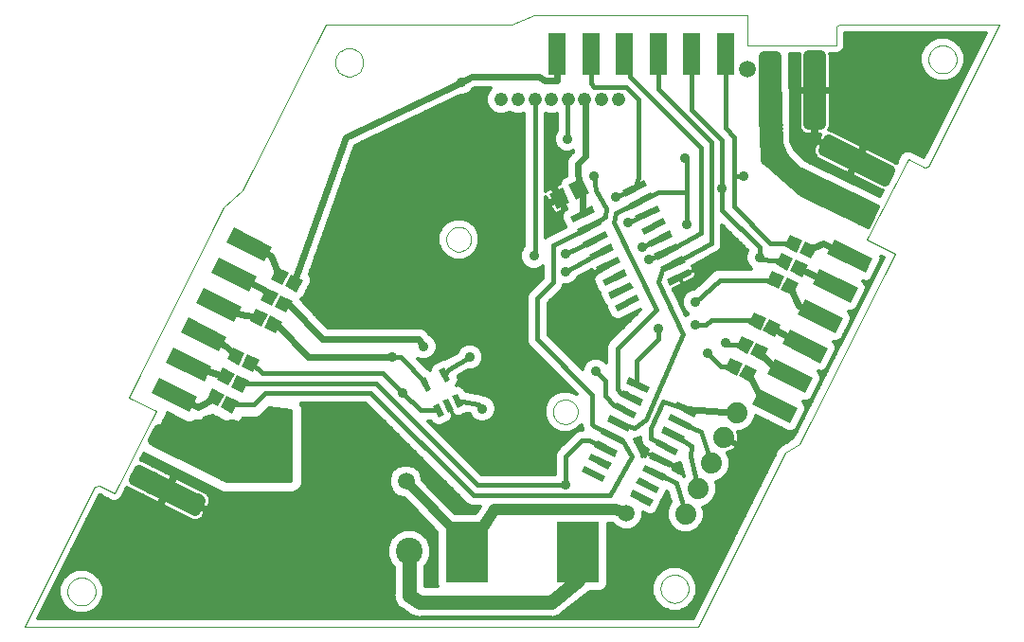
<source format=gbl>
G75*
%MOIN*%
%OFA0B0*%
%FSLAX24Y24*%
%IPPOS*%
%LPD*%
%AMOC8*
5,1,8,0,0,1.08239X$1,22.5*
%
%ADD10C,0.0000*%
%ADD11R,0.0236X0.0866*%
%ADD12R,0.0217X0.0472*%
%ADD13C,0.0476*%
%ADD14R,0.1516X0.2165*%
%ADD15C,0.0740*%
%ADD16R,0.0591X0.1496*%
%ADD17C,0.0394*%
%ADD18R,0.0512X0.0591*%
%ADD19R,0.0810X0.0240*%
%ADD20R,0.0472X0.0472*%
%ADD21C,0.0945*%
%ADD22C,0.0120*%
%ADD23C,0.0768*%
%ADD24C,0.0709*%
%ADD25C,0.0160*%
%ADD26C,0.0356*%
%ADD27C,0.0591*%
%ADD28C,0.0472*%
%ADD29C,0.0500*%
%ADD30C,0.0320*%
%ADD31C,0.0400*%
%ADD32C,0.0240*%
%ADD33C,0.0100*%
D10*
X001464Y000942D02*
X003925Y005873D01*
X004112Y005912D01*
X004642Y005647D01*
X006093Y008539D01*
X005142Y009018D01*
X008482Y015706D01*
X009141Y016296D01*
X012065Y022152D01*
X018610Y022152D01*
X019397Y022467D01*
X026907Y022467D01*
X026907Y021414D01*
X030047Y021414D01*
X030047Y022074D01*
X030145Y022152D01*
X035785Y022152D01*
X033275Y017133D01*
X033147Y017113D01*
X032557Y017408D01*
X031120Y014554D01*
X032097Y014066D01*
X028748Y007379D01*
X028236Y007064D01*
X025175Y000942D01*
X001464Y000942D01*
X002981Y002181D02*
X002983Y002225D01*
X002989Y002269D01*
X002999Y002312D01*
X003012Y002354D01*
X003030Y002394D01*
X003051Y002433D01*
X003075Y002470D01*
X003102Y002505D01*
X003133Y002537D01*
X003166Y002566D01*
X003202Y002592D01*
X003240Y002614D01*
X003280Y002633D01*
X003321Y002649D01*
X003364Y002661D01*
X003407Y002669D01*
X003451Y002673D01*
X003495Y002673D01*
X003539Y002669D01*
X003582Y002661D01*
X003625Y002649D01*
X003666Y002633D01*
X003706Y002614D01*
X003744Y002592D01*
X003780Y002566D01*
X003813Y002537D01*
X003844Y002505D01*
X003871Y002470D01*
X003895Y002433D01*
X003916Y002394D01*
X003934Y002354D01*
X003947Y002312D01*
X003957Y002269D01*
X003963Y002225D01*
X003965Y002181D01*
X003963Y002137D01*
X003957Y002093D01*
X003947Y002050D01*
X003934Y002008D01*
X003916Y001968D01*
X003895Y001929D01*
X003871Y001892D01*
X003844Y001857D01*
X003813Y001825D01*
X003780Y001796D01*
X003744Y001770D01*
X003706Y001748D01*
X003666Y001729D01*
X003625Y001713D01*
X003582Y001701D01*
X003539Y001693D01*
X003495Y001689D01*
X003451Y001689D01*
X003407Y001693D01*
X003364Y001701D01*
X003321Y001713D01*
X003280Y001729D01*
X003240Y001748D01*
X003202Y001770D01*
X003166Y001796D01*
X003133Y001825D01*
X003102Y001857D01*
X003075Y001892D01*
X003051Y001929D01*
X003030Y001968D01*
X003012Y002008D01*
X002999Y002050D01*
X002989Y002093D01*
X002983Y002137D01*
X002981Y002181D01*
X016313Y014581D02*
X016315Y014622D01*
X016321Y014663D01*
X016331Y014703D01*
X016344Y014742D01*
X016361Y014779D01*
X016382Y014815D01*
X016406Y014849D01*
X016433Y014880D01*
X016462Y014908D01*
X016495Y014934D01*
X016529Y014956D01*
X016566Y014975D01*
X016604Y014990D01*
X016644Y015002D01*
X016684Y015010D01*
X016725Y015014D01*
X016767Y015014D01*
X016808Y015010D01*
X016848Y015002D01*
X016888Y014990D01*
X016926Y014975D01*
X016962Y014956D01*
X016997Y014934D01*
X017030Y014908D01*
X017059Y014880D01*
X017086Y014849D01*
X017110Y014815D01*
X017131Y014779D01*
X017148Y014742D01*
X017161Y014703D01*
X017171Y014663D01*
X017177Y014622D01*
X017179Y014581D01*
X017177Y014540D01*
X017171Y014499D01*
X017161Y014459D01*
X017148Y014420D01*
X017131Y014383D01*
X017110Y014347D01*
X017086Y014313D01*
X017059Y014282D01*
X017030Y014254D01*
X016997Y014228D01*
X016963Y014206D01*
X016926Y014187D01*
X016888Y014172D01*
X016848Y014160D01*
X016808Y014152D01*
X016767Y014148D01*
X016725Y014148D01*
X016684Y014152D01*
X016644Y014160D01*
X016604Y014172D01*
X016566Y014187D01*
X016530Y014206D01*
X016495Y014228D01*
X016462Y014254D01*
X016433Y014282D01*
X016406Y014313D01*
X016382Y014347D01*
X016361Y014383D01*
X016344Y014420D01*
X016331Y014459D01*
X016321Y014499D01*
X016315Y014540D01*
X016313Y014581D01*
X020065Y008510D02*
X020067Y008551D01*
X020073Y008592D01*
X020083Y008632D01*
X020096Y008671D01*
X020113Y008708D01*
X020134Y008744D01*
X020158Y008778D01*
X020185Y008809D01*
X020214Y008837D01*
X020247Y008863D01*
X020281Y008885D01*
X020318Y008904D01*
X020356Y008919D01*
X020396Y008931D01*
X020436Y008939D01*
X020477Y008943D01*
X020519Y008943D01*
X020560Y008939D01*
X020600Y008931D01*
X020640Y008919D01*
X020678Y008904D01*
X020714Y008885D01*
X020749Y008863D01*
X020782Y008837D01*
X020811Y008809D01*
X020838Y008778D01*
X020862Y008744D01*
X020883Y008708D01*
X020900Y008671D01*
X020913Y008632D01*
X020923Y008592D01*
X020929Y008551D01*
X020931Y008510D01*
X020929Y008469D01*
X020923Y008428D01*
X020913Y008388D01*
X020900Y008349D01*
X020883Y008312D01*
X020862Y008276D01*
X020838Y008242D01*
X020811Y008211D01*
X020782Y008183D01*
X020749Y008157D01*
X020715Y008135D01*
X020678Y008116D01*
X020640Y008101D01*
X020600Y008089D01*
X020560Y008081D01*
X020519Y008077D01*
X020477Y008077D01*
X020436Y008081D01*
X020396Y008089D01*
X020356Y008101D01*
X020318Y008116D01*
X020282Y008135D01*
X020247Y008157D01*
X020214Y008183D01*
X020185Y008211D01*
X020158Y008242D01*
X020134Y008276D01*
X020113Y008312D01*
X020096Y008349D01*
X020083Y008388D01*
X020073Y008428D01*
X020067Y008469D01*
X020065Y008510D01*
X023850Y002278D02*
X023852Y002322D01*
X023858Y002366D01*
X023868Y002409D01*
X023881Y002451D01*
X023899Y002491D01*
X023920Y002530D01*
X023944Y002567D01*
X023971Y002602D01*
X024002Y002634D01*
X024035Y002663D01*
X024071Y002689D01*
X024109Y002711D01*
X024149Y002730D01*
X024190Y002746D01*
X024233Y002758D01*
X024276Y002766D01*
X024320Y002770D01*
X024364Y002770D01*
X024408Y002766D01*
X024451Y002758D01*
X024494Y002746D01*
X024535Y002730D01*
X024575Y002711D01*
X024613Y002689D01*
X024649Y002663D01*
X024682Y002634D01*
X024713Y002602D01*
X024740Y002567D01*
X024764Y002530D01*
X024785Y002491D01*
X024803Y002451D01*
X024816Y002409D01*
X024826Y002366D01*
X024832Y002322D01*
X024834Y002278D01*
X024832Y002234D01*
X024826Y002190D01*
X024816Y002147D01*
X024803Y002105D01*
X024785Y002065D01*
X024764Y002026D01*
X024740Y001989D01*
X024713Y001954D01*
X024682Y001922D01*
X024649Y001893D01*
X024613Y001867D01*
X024575Y001845D01*
X024535Y001826D01*
X024494Y001810D01*
X024451Y001798D01*
X024408Y001790D01*
X024364Y001786D01*
X024320Y001786D01*
X024276Y001790D01*
X024233Y001798D01*
X024190Y001810D01*
X024149Y001826D01*
X024109Y001845D01*
X024071Y001867D01*
X024035Y001893D01*
X024002Y001922D01*
X023971Y001954D01*
X023944Y001989D01*
X023920Y002026D01*
X023899Y002065D01*
X023881Y002105D01*
X023868Y002147D01*
X023858Y002190D01*
X023852Y002234D01*
X023850Y002278D01*
X012400Y020808D02*
X012402Y020852D01*
X012408Y020896D01*
X012418Y020939D01*
X012431Y020981D01*
X012449Y021021D01*
X012470Y021060D01*
X012494Y021097D01*
X012521Y021132D01*
X012552Y021164D01*
X012585Y021193D01*
X012621Y021219D01*
X012659Y021241D01*
X012699Y021260D01*
X012740Y021276D01*
X012783Y021288D01*
X012826Y021296D01*
X012870Y021300D01*
X012914Y021300D01*
X012958Y021296D01*
X013001Y021288D01*
X013044Y021276D01*
X013085Y021260D01*
X013125Y021241D01*
X013163Y021219D01*
X013199Y021193D01*
X013232Y021164D01*
X013263Y021132D01*
X013290Y021097D01*
X013314Y021060D01*
X013335Y021021D01*
X013353Y020981D01*
X013366Y020939D01*
X013376Y020896D01*
X013382Y020852D01*
X013384Y020808D01*
X013382Y020764D01*
X013376Y020720D01*
X013366Y020677D01*
X013353Y020635D01*
X013335Y020595D01*
X013314Y020556D01*
X013290Y020519D01*
X013263Y020484D01*
X013232Y020452D01*
X013199Y020423D01*
X013163Y020397D01*
X013125Y020375D01*
X013085Y020356D01*
X013044Y020340D01*
X013001Y020328D01*
X012958Y020320D01*
X012914Y020316D01*
X012870Y020316D01*
X012826Y020320D01*
X012783Y020328D01*
X012740Y020340D01*
X012699Y020356D01*
X012659Y020375D01*
X012621Y020397D01*
X012585Y020423D01*
X012552Y020452D01*
X012521Y020484D01*
X012494Y020519D01*
X012470Y020556D01*
X012449Y020595D01*
X012431Y020635D01*
X012418Y020677D01*
X012408Y020720D01*
X012402Y020764D01*
X012400Y020808D01*
X033280Y020913D02*
X033282Y020957D01*
X033288Y021001D01*
X033298Y021044D01*
X033311Y021086D01*
X033329Y021126D01*
X033350Y021165D01*
X033374Y021202D01*
X033401Y021237D01*
X033432Y021269D01*
X033465Y021298D01*
X033501Y021324D01*
X033539Y021346D01*
X033579Y021365D01*
X033620Y021381D01*
X033663Y021393D01*
X033706Y021401D01*
X033750Y021405D01*
X033794Y021405D01*
X033838Y021401D01*
X033881Y021393D01*
X033924Y021381D01*
X033965Y021365D01*
X034005Y021346D01*
X034043Y021324D01*
X034079Y021298D01*
X034112Y021269D01*
X034143Y021237D01*
X034170Y021202D01*
X034194Y021165D01*
X034215Y021126D01*
X034233Y021086D01*
X034246Y021044D01*
X034256Y021001D01*
X034262Y020957D01*
X034264Y020913D01*
X034262Y020869D01*
X034256Y020825D01*
X034246Y020782D01*
X034233Y020740D01*
X034215Y020700D01*
X034194Y020661D01*
X034170Y020624D01*
X034143Y020589D01*
X034112Y020557D01*
X034079Y020528D01*
X034043Y020502D01*
X034005Y020480D01*
X033965Y020461D01*
X033924Y020445D01*
X033881Y020433D01*
X033838Y020425D01*
X033794Y020421D01*
X033750Y020421D01*
X033706Y020425D01*
X033663Y020433D01*
X033620Y020445D01*
X033579Y020461D01*
X033539Y020480D01*
X033501Y020502D01*
X033465Y020528D01*
X033432Y020557D01*
X033401Y020589D01*
X033374Y020624D01*
X033350Y020661D01*
X033329Y020700D01*
X033311Y020740D01*
X033298Y020782D01*
X033288Y020825D01*
X033282Y020869D01*
X033280Y020913D01*
D11*
G36*
X023279Y014740D02*
X023173Y014951D01*
X023947Y015338D01*
X024053Y015127D01*
X023279Y014740D01*
G37*
G36*
X023503Y014293D02*
X023397Y014504D01*
X024171Y014891D01*
X024277Y014680D01*
X023503Y014293D01*
G37*
G36*
X023726Y013846D02*
X023620Y014057D01*
X024394Y014444D01*
X024500Y014233D01*
X023726Y013846D01*
G37*
G36*
X023950Y013399D02*
X023844Y013610D01*
X024618Y013997D01*
X024724Y013786D01*
X023950Y013399D01*
G37*
G36*
X024174Y012952D02*
X024068Y013163D01*
X024842Y013550D01*
X024948Y013339D01*
X024174Y012952D01*
G37*
G36*
X022344Y012035D02*
X022238Y012246D01*
X023012Y012633D01*
X023118Y012422D01*
X022344Y012035D01*
G37*
G36*
X022120Y012482D02*
X022014Y012693D01*
X022788Y013080D01*
X022894Y012869D01*
X022120Y012482D01*
G37*
G36*
X021896Y012929D02*
X021790Y013140D01*
X022564Y013527D01*
X022670Y013316D01*
X021896Y012929D01*
G37*
G36*
X021672Y013376D02*
X021566Y013587D01*
X022340Y013974D01*
X022446Y013763D01*
X021672Y013376D01*
G37*
G36*
X021448Y013823D02*
X021342Y014034D01*
X022116Y014421D01*
X022222Y014210D01*
X021448Y013823D01*
G37*
G36*
X021224Y014270D02*
X021118Y014481D01*
X021892Y014868D01*
X021998Y014657D01*
X021224Y014270D01*
G37*
G36*
X021000Y014717D02*
X020894Y014928D01*
X021668Y015315D01*
X021774Y015104D01*
X021000Y014717D01*
G37*
G36*
X020776Y015164D02*
X020670Y015375D01*
X021444Y015762D01*
X021550Y015551D01*
X020776Y015164D01*
G37*
G36*
X022607Y016081D02*
X022501Y016292D01*
X023275Y016679D01*
X023381Y016468D01*
X022607Y016081D01*
G37*
G36*
X022831Y015634D02*
X022725Y015845D01*
X023499Y016232D01*
X023605Y016021D01*
X022831Y015634D01*
G37*
G36*
X023055Y015187D02*
X022949Y015398D01*
X023723Y015785D01*
X023829Y015574D01*
X023055Y015187D01*
G37*
D12*
G36*
X016050Y009970D02*
X016243Y010067D01*
X016454Y009646D01*
X016261Y009549D01*
X016050Y009970D01*
G37*
G36*
X015382Y009635D02*
X015575Y009732D01*
X015786Y009311D01*
X015593Y009214D01*
X015382Y009635D01*
G37*
G36*
X015840Y008720D02*
X016033Y008817D01*
X016244Y008396D01*
X016051Y008299D01*
X015840Y008720D01*
G37*
G36*
X016174Y008888D02*
X016367Y008985D01*
X016578Y008564D01*
X016385Y008467D01*
X016174Y008888D01*
G37*
G36*
X016509Y009055D02*
X016702Y009152D01*
X016913Y008731D01*
X016720Y008634D01*
X016509Y009055D01*
G37*
D13*
X018247Y019497D03*
X018838Y019497D03*
X019428Y019497D03*
X020019Y019497D03*
X020590Y019497D03*
X021180Y019497D03*
X021771Y019497D03*
X022361Y019497D03*
D14*
X020950Y003558D03*
X017033Y003558D03*
D15*
X024726Y004915D03*
X025180Y005806D03*
X025634Y006697D03*
X026088Y007588D03*
X026542Y008479D03*
D16*
G36*
X028675Y008634D02*
X028411Y008107D01*
X027075Y008776D01*
X027339Y009303D01*
X028675Y008634D01*
G37*
G36*
X029204Y009690D02*
X028940Y009163D01*
X027604Y009832D01*
X027868Y010359D01*
X029204Y009690D01*
G37*
G36*
X029733Y010746D02*
X029469Y010219D01*
X028133Y010888D01*
X028397Y011415D01*
X029733Y010746D01*
G37*
G36*
X030262Y011802D02*
X029998Y011275D01*
X028662Y011944D01*
X028926Y012471D01*
X030262Y011802D01*
G37*
G36*
X030791Y012858D02*
X030527Y012331D01*
X029191Y013000D01*
X029455Y013527D01*
X030791Y012858D01*
G37*
G36*
X031320Y013914D02*
X031056Y013387D01*
X029720Y014056D01*
X029984Y014583D01*
X031320Y013914D01*
G37*
X026123Y021092D03*
X024942Y021092D03*
X023761Y021092D03*
X022580Y021092D03*
X021399Y021092D03*
X020218Y021092D03*
G36*
X008570Y014462D02*
X008834Y014989D01*
X010170Y014320D01*
X009906Y013793D01*
X008570Y014462D01*
G37*
G36*
X008041Y013406D02*
X008305Y013933D01*
X009641Y013264D01*
X009377Y012737D01*
X008041Y013406D01*
G37*
G36*
X007512Y012350D02*
X007776Y012877D01*
X009112Y012208D01*
X008848Y011681D01*
X007512Y012350D01*
G37*
G36*
X006983Y011294D02*
X007247Y011821D01*
X008583Y011152D01*
X008319Y010625D01*
X006983Y011294D01*
G37*
G36*
X006455Y010238D02*
X006719Y010765D01*
X008055Y010096D01*
X007791Y009569D01*
X006455Y010238D01*
G37*
G36*
X005926Y009181D02*
X006190Y009708D01*
X007526Y009039D01*
X007262Y008512D01*
X005926Y009181D01*
G37*
D17*
X006192Y007869D02*
X008337Y006795D01*
X008162Y006445D01*
X006017Y007519D01*
X006192Y007869D01*
X007377Y006838D02*
X008251Y006838D01*
X007466Y007231D02*
X006592Y007231D01*
X006681Y007624D02*
X006070Y007624D01*
X005505Y006452D02*
X007650Y005378D01*
X007475Y005028D01*
X005330Y006102D01*
X005505Y006452D01*
X006690Y005421D02*
X007564Y005421D01*
X006779Y005814D02*
X005905Y005814D01*
X005994Y006207D02*
X005383Y006207D01*
X027898Y018601D02*
X027898Y021001D01*
X027898Y018601D02*
X027506Y018601D01*
X027506Y021001D01*
X027898Y021001D01*
X027898Y018994D02*
X027506Y018994D01*
X027506Y019387D02*
X027898Y019387D01*
X027898Y019780D02*
X027506Y019780D01*
X027506Y020173D02*
X027898Y020173D01*
X027898Y020566D02*
X027506Y020566D01*
X027506Y020959D02*
X027898Y020959D01*
X029472Y021021D02*
X029472Y018621D01*
X029080Y018621D01*
X029080Y021021D01*
X029472Y021021D01*
X029472Y019014D02*
X029080Y019014D01*
X029080Y019407D02*
X029472Y019407D01*
X029472Y019800D02*
X029080Y019800D01*
X029080Y020193D02*
X029472Y020193D01*
X029472Y020586D02*
X029080Y020586D01*
X029080Y020979D02*
X029472Y020979D01*
X029596Y017712D02*
X031741Y016638D01*
X029596Y017712D02*
X029771Y018062D01*
X031916Y016988D01*
X031741Y016638D01*
X031830Y017031D02*
X030956Y017031D01*
X031045Y017424D02*
X030171Y017424D01*
X030260Y017817D02*
X029649Y017817D01*
X028908Y016295D02*
X031053Y015221D01*
X028908Y016295D02*
X029083Y016645D01*
X031228Y015571D01*
X031053Y015221D01*
X031142Y015614D02*
X030268Y015614D01*
X030357Y016007D02*
X029483Y016007D01*
X029572Y016400D02*
X028961Y016400D01*
D18*
G36*
X020603Y016506D02*
X021059Y016735D01*
X021323Y016208D01*
X020867Y015979D01*
X020603Y016506D01*
G37*
G36*
X019934Y016171D02*
X020390Y016400D01*
X020654Y015873D01*
X020198Y015644D01*
X019934Y016171D01*
G37*
D19*
G36*
X022747Y009731D02*
X023470Y009369D01*
X023363Y009155D01*
X022640Y009517D01*
X022747Y009731D01*
G37*
G36*
X022523Y009284D02*
X023246Y008922D01*
X023139Y008708D01*
X022416Y009070D01*
X022523Y009284D01*
G37*
G36*
X022299Y008837D02*
X023022Y008475D01*
X022915Y008261D01*
X022192Y008623D01*
X022299Y008837D01*
G37*
G36*
X022076Y008390D02*
X022799Y008028D01*
X022692Y007814D01*
X021969Y008176D01*
X022076Y008390D01*
G37*
G36*
X021852Y007943D02*
X022575Y007581D01*
X022468Y007367D01*
X021745Y007729D01*
X021852Y007943D01*
G37*
G36*
X021628Y007496D02*
X022351Y007134D01*
X022244Y006920D01*
X021521Y007282D01*
X021628Y007496D01*
G37*
G36*
X021404Y007049D02*
X022127Y006687D01*
X022020Y006473D01*
X021297Y006835D01*
X021404Y007049D01*
G37*
G36*
X021180Y006602D02*
X021903Y006240D01*
X021796Y006026D01*
X021073Y006388D01*
X021180Y006602D01*
G37*
G36*
X022870Y005755D02*
X023593Y005393D01*
X023486Y005179D01*
X022763Y005541D01*
X022870Y005755D01*
G37*
G36*
X023094Y006203D02*
X023817Y005841D01*
X023710Y005627D01*
X022987Y005989D01*
X023094Y006203D01*
G37*
G36*
X023318Y006650D02*
X024041Y006288D01*
X023934Y006074D01*
X023211Y006436D01*
X023318Y006650D01*
G37*
G36*
X023542Y007097D02*
X024265Y006735D01*
X024158Y006521D01*
X023435Y006883D01*
X023542Y007097D01*
G37*
G36*
X023766Y007544D02*
X024489Y007182D01*
X024382Y006968D01*
X023659Y007330D01*
X023766Y007544D01*
G37*
G36*
X023989Y007991D02*
X024712Y007629D01*
X024605Y007415D01*
X023882Y007777D01*
X023989Y007991D01*
G37*
G36*
X024213Y008438D02*
X024936Y008076D01*
X024829Y007862D01*
X024106Y008224D01*
X024213Y008438D01*
G37*
G36*
X024437Y008885D02*
X025160Y008523D01*
X025053Y008309D01*
X024330Y008671D01*
X024437Y008885D01*
G37*
D20*
G36*
X026529Y009781D02*
X026108Y009992D01*
X026319Y010413D01*
X026740Y010202D01*
X026529Y009781D01*
G37*
G36*
X027043Y009548D02*
X026622Y009759D01*
X026833Y010180D01*
X027254Y009969D01*
X027043Y009548D01*
G37*
G36*
X027426Y010316D02*
X027005Y010527D01*
X027216Y010948D01*
X027637Y010737D01*
X027426Y010316D01*
G37*
G36*
X026912Y010548D02*
X026491Y010759D01*
X026702Y011180D01*
X027123Y010969D01*
X026912Y010548D01*
G37*
G36*
X027872Y011146D02*
X027451Y011357D01*
X027662Y011778D01*
X028083Y011567D01*
X027872Y011146D01*
G37*
G36*
X027357Y011379D02*
X026936Y011590D01*
X027147Y012011D01*
X027568Y011800D01*
X027357Y011379D01*
G37*
G36*
X028505Y012602D02*
X028084Y012813D01*
X028295Y013234D01*
X028716Y013023D01*
X028505Y012602D01*
G37*
G36*
X027990Y012834D02*
X027569Y013045D01*
X027780Y013466D01*
X028201Y013255D01*
X027990Y012834D01*
G37*
G36*
X028825Y013245D02*
X028404Y013456D01*
X028615Y013877D01*
X029036Y013666D01*
X028825Y013245D01*
G37*
G36*
X028311Y013477D02*
X027890Y013688D01*
X028101Y014109D01*
X028522Y013898D01*
X028311Y013477D01*
G37*
G36*
X029146Y013888D02*
X028725Y014099D01*
X028936Y014520D01*
X029357Y014309D01*
X029146Y013888D01*
G37*
G36*
X028631Y014120D02*
X028210Y014331D01*
X028421Y014752D01*
X028842Y014541D01*
X028631Y014120D01*
G37*
G36*
X010842Y013350D02*
X011263Y013139D01*
X011052Y012718D01*
X010631Y012929D01*
X010842Y013350D01*
G37*
G36*
X010335Y013598D02*
X010756Y013387D01*
X010545Y012966D01*
X010124Y013177D01*
X010335Y013598D01*
G37*
G36*
X009970Y012868D02*
X010391Y012657D01*
X010180Y012236D01*
X009759Y012447D01*
X009970Y012868D01*
G37*
G36*
X010476Y012620D02*
X010897Y012409D01*
X010686Y011988D01*
X010265Y012199D01*
X010476Y012620D01*
G37*
G36*
X010111Y011891D02*
X010532Y011680D01*
X010321Y011259D01*
X009900Y011470D01*
X010111Y011891D01*
G37*
G36*
X009604Y012139D02*
X010025Y011928D01*
X009814Y011507D01*
X009393Y011718D01*
X009604Y012139D01*
G37*
G36*
X008801Y010785D02*
X009222Y010574D01*
X009011Y010153D01*
X008590Y010364D01*
X008801Y010785D01*
G37*
G36*
X009308Y010536D02*
X009729Y010325D01*
X009518Y009904D01*
X009097Y010115D01*
X009308Y010536D01*
G37*
G36*
X008435Y010055D02*
X008856Y009844D01*
X008645Y009423D01*
X008224Y009634D01*
X008435Y010055D01*
G37*
G36*
X008942Y009807D02*
X009363Y009596D01*
X009152Y009175D01*
X008731Y009386D01*
X008942Y009807D01*
G37*
G36*
X008576Y009077D02*
X008997Y008866D01*
X008786Y008445D01*
X008365Y008656D01*
X008576Y009077D01*
G37*
G36*
X008070Y009326D02*
X008491Y009115D01*
X008280Y008694D01*
X007859Y008905D01*
X008070Y009326D01*
G37*
D21*
X015009Y003594D03*
X032608Y020231D03*
D22*
X033100Y020464D02*
X032980Y020755D01*
X032980Y021071D01*
X033100Y021362D01*
X033323Y021584D01*
X033614Y021705D01*
X033930Y021705D01*
X034221Y021584D01*
X034444Y021362D01*
X034564Y021071D01*
X034564Y020755D01*
X034444Y020464D01*
X034221Y020241D01*
X033930Y020121D01*
X033614Y020121D01*
X033323Y020241D01*
X033100Y020464D01*
X033092Y020485D02*
X029830Y020485D01*
X029830Y020603D02*
X033043Y020603D01*
X032994Y020722D02*
X029830Y020722D01*
X029830Y020840D02*
X032980Y020840D01*
X032980Y020959D02*
X029830Y020959D01*
X029830Y021057D02*
X029819Y021114D01*
X030107Y021114D01*
X030217Y021160D01*
X030301Y021244D01*
X030347Y021355D01*
X030347Y021852D01*
X035300Y021852D01*
X033108Y017468D01*
X032691Y017676D01*
X032638Y017703D01*
X032638Y017703D01*
X032638Y017703D01*
X032579Y017708D01*
X032519Y017712D01*
X032519Y017712D01*
X032519Y017712D01*
X032462Y017693D01*
X032406Y017675D01*
X032406Y017674D01*
X032405Y017674D01*
X032361Y017635D01*
X032316Y017597D01*
X032316Y017596D01*
X032315Y017596D01*
X032289Y017543D01*
X032147Y017262D01*
X032109Y017291D01*
X031058Y017818D01*
X030836Y017376D01*
X030729Y017430D01*
X030675Y017323D01*
X029336Y017993D01*
X029259Y017840D01*
X029241Y017772D01*
X029236Y017702D01*
X029244Y017632D01*
X029267Y017565D01*
X029301Y017504D01*
X029347Y017451D01*
X029403Y017408D01*
X030454Y016881D01*
X030675Y017323D01*
X030783Y017269D01*
X030562Y016828D01*
X031613Y016301D01*
X031657Y016289D01*
X031565Y016106D01*
X028950Y017357D01*
X028589Y017747D01*
X028453Y018052D01*
X028448Y018807D01*
X028448Y019736D01*
X028453Y019792D01*
X028448Y019807D01*
X028448Y019823D01*
X028427Y019874D01*
X028410Y019928D01*
X028400Y019940D01*
X028395Y019951D01*
X028395Y021101D01*
X028390Y021114D01*
X028734Y021114D01*
X028723Y021057D01*
X028723Y019881D01*
X029216Y019881D01*
X029216Y019761D01*
X028723Y019761D01*
X028723Y018585D01*
X028736Y018516D01*
X028763Y018451D01*
X028802Y018393D01*
X028852Y018343D01*
X028910Y018304D01*
X028975Y018277D01*
X029044Y018263D01*
X029216Y018263D01*
X029216Y019761D01*
X029336Y019761D01*
X029336Y018263D01*
X029474Y018263D01*
X029467Y018254D01*
X029390Y018101D01*
X030729Y017430D01*
X030950Y017872D01*
X029899Y018398D01*
X029831Y018417D01*
X029769Y018421D01*
X029789Y018451D01*
X029816Y018516D01*
X029830Y018585D01*
X029830Y019761D01*
X029336Y019761D01*
X029336Y019881D01*
X029830Y019881D01*
X029830Y021057D01*
X029826Y021077D02*
X032983Y021077D01*
X033032Y021196D02*
X030253Y021196D01*
X030330Y021314D02*
X033081Y021314D01*
X033171Y021433D02*
X030347Y021433D01*
X030347Y021551D02*
X033290Y021551D01*
X033529Y021670D02*
X030347Y021670D01*
X030347Y021788D02*
X035268Y021788D01*
X035208Y021670D02*
X034015Y021670D01*
X034254Y021551D02*
X035149Y021551D01*
X035090Y021433D02*
X034373Y021433D01*
X034463Y021314D02*
X035031Y021314D01*
X034971Y021196D02*
X034512Y021196D01*
X034561Y021077D02*
X034912Y021077D01*
X034853Y020959D02*
X034564Y020959D01*
X034564Y020840D02*
X034794Y020840D01*
X034734Y020722D02*
X034550Y020722D01*
X034501Y020603D02*
X034675Y020603D01*
X034616Y020485D02*
X034452Y020485D01*
X034557Y020366D02*
X034345Y020366D01*
X034227Y020248D02*
X034497Y020248D01*
X034438Y020129D02*
X033949Y020129D01*
X033595Y020129D02*
X029830Y020129D01*
X029830Y020011D02*
X034379Y020011D01*
X034320Y019892D02*
X029830Y019892D01*
X029830Y019655D02*
X034201Y019655D01*
X034142Y019537D02*
X029830Y019537D01*
X029830Y019418D02*
X034083Y019418D01*
X034023Y019300D02*
X029830Y019300D01*
X029830Y019181D02*
X033964Y019181D01*
X033905Y019063D02*
X029830Y019063D01*
X029830Y018944D02*
X033846Y018944D01*
X033786Y018826D02*
X029830Y018826D01*
X029830Y018707D02*
X033727Y018707D01*
X033668Y018589D02*
X029830Y018589D01*
X029797Y018470D02*
X033609Y018470D01*
X033549Y018352D02*
X029992Y018352D01*
X030228Y018233D02*
X033490Y018233D01*
X033431Y018115D02*
X030465Y018115D01*
X030702Y017996D02*
X033372Y017996D01*
X033312Y017878D02*
X030938Y017878D01*
X030894Y017759D02*
X031028Y017759D01*
X030969Y017641D02*
X030835Y017641D01*
X030775Y017522D02*
X030909Y017522D01*
X030850Y017404D02*
X030782Y017404D01*
X030716Y017404D02*
X030514Y017404D01*
X030546Y017522D02*
X030278Y017522D01*
X030309Y017641D02*
X030041Y017641D01*
X030072Y017759D02*
X029804Y017759D01*
X029836Y017878D02*
X029568Y017878D01*
X029599Y017996D02*
X028478Y017996D01*
X028452Y018115D02*
X029397Y018115D01*
X029456Y018233D02*
X028452Y018233D01*
X028451Y018352D02*
X028844Y018352D01*
X028755Y018470D02*
X028450Y018470D01*
X028450Y018589D02*
X028723Y018589D01*
X028723Y018707D02*
X028449Y018707D01*
X028448Y018826D02*
X028723Y018826D01*
X028723Y018944D02*
X028448Y018944D01*
X028448Y019063D02*
X028723Y019063D01*
X028723Y019181D02*
X028448Y019181D01*
X028448Y019300D02*
X028723Y019300D01*
X028723Y019418D02*
X028448Y019418D01*
X028448Y019537D02*
X028723Y019537D01*
X028723Y019655D02*
X028448Y019655D01*
X028452Y019774D02*
X029216Y019774D01*
X029216Y019655D02*
X029336Y019655D01*
X029336Y019537D02*
X029216Y019537D01*
X029216Y019418D02*
X029336Y019418D01*
X029336Y019300D02*
X029216Y019300D01*
X029216Y019181D02*
X029336Y019181D01*
X029336Y019063D02*
X029216Y019063D01*
X029216Y018944D02*
X029336Y018944D01*
X029336Y018826D02*
X029216Y018826D01*
X029216Y018707D02*
X029336Y018707D01*
X029336Y018589D02*
X029216Y018589D01*
X029216Y018470D02*
X029336Y018470D01*
X029336Y018352D02*
X029216Y018352D01*
X029278Y017878D02*
X028531Y017878D01*
X028584Y017759D02*
X029240Y017759D01*
X029243Y017641D02*
X028688Y017641D01*
X028797Y017522D02*
X029291Y017522D01*
X029412Y017404D02*
X028907Y017404D01*
X029101Y017285D02*
X029648Y017285D01*
X029596Y017048D02*
X030122Y017048D01*
X030091Y016811D02*
X030595Y016811D01*
X030613Y016930D02*
X030478Y016930D01*
X030358Y016930D02*
X029843Y016930D01*
X029885Y017167D02*
X029348Y017167D01*
X029010Y016930D02*
X027903Y016930D01*
X027765Y017048D02*
X028762Y017048D01*
X028732Y017062D02*
X031499Y015738D01*
X031195Y015060D01*
X031161Y014992D01*
X028814Y016147D01*
X027441Y017326D01*
X027419Y018294D01*
X027399Y019810D01*
X028088Y019751D01*
X028088Y018806D01*
X028093Y017974D01*
X028285Y017546D01*
X028732Y017062D01*
X028636Y017167D02*
X027627Y017167D01*
X027489Y017285D02*
X028526Y017285D01*
X028417Y017404D02*
X027439Y017404D01*
X027437Y017522D02*
X028307Y017522D01*
X028242Y017641D02*
X027434Y017641D01*
X027431Y017759D02*
X028189Y017759D01*
X028136Y017878D02*
X027429Y017878D01*
X027426Y017996D02*
X028093Y017996D01*
X028092Y018115D02*
X027423Y018115D01*
X027420Y018233D02*
X028092Y018233D01*
X028091Y018352D02*
X027418Y018352D01*
X027417Y018470D02*
X028090Y018470D01*
X028090Y018589D02*
X027415Y018589D01*
X027414Y018707D02*
X028089Y018707D01*
X028088Y018826D02*
X027412Y018826D01*
X027411Y018944D02*
X028088Y018944D01*
X028088Y019063D02*
X027409Y019063D01*
X027408Y019181D02*
X028088Y019181D01*
X028088Y019300D02*
X027406Y019300D01*
X027404Y019418D02*
X028088Y019418D01*
X028088Y019537D02*
X027403Y019537D01*
X027401Y019655D02*
X028088Y019655D01*
X027824Y019774D02*
X027400Y019774D01*
X028395Y020011D02*
X028723Y020011D01*
X028723Y020129D02*
X028395Y020129D01*
X028395Y020248D02*
X028723Y020248D01*
X028723Y020366D02*
X028395Y020366D01*
X028395Y020485D02*
X028723Y020485D01*
X028723Y020603D02*
X028395Y020603D01*
X028395Y020722D02*
X028723Y020722D01*
X028723Y020840D02*
X028395Y020840D01*
X028395Y020959D02*
X028723Y020959D01*
X028727Y021077D02*
X028395Y021077D01*
X029830Y020366D02*
X033199Y020366D01*
X033317Y020248D02*
X029830Y020248D01*
X029336Y019774D02*
X034260Y019774D01*
X033253Y017759D02*
X031175Y017759D01*
X031412Y017641D02*
X032367Y017641D01*
X032278Y017522D02*
X031648Y017522D01*
X031885Y017404D02*
X032219Y017404D01*
X032159Y017285D02*
X032117Y017285D01*
X032763Y017641D02*
X033194Y017641D01*
X033135Y017522D02*
X033000Y017522D01*
X031541Y016337D02*
X031081Y016337D01*
X031068Y016574D02*
X030586Y016574D01*
X030831Y016693D02*
X030339Y016693D01*
X030248Y016337D02*
X028592Y016337D01*
X028454Y016456D02*
X030000Y016456D01*
X029752Y016574D02*
X028316Y016574D01*
X028178Y016693D02*
X029505Y016693D01*
X029257Y016811D02*
X028041Y016811D01*
X028730Y016219D02*
X030495Y016219D01*
X030743Y016100D02*
X028908Y016100D01*
X029149Y015982D02*
X030990Y015982D01*
X031238Y015863D02*
X029390Y015863D01*
X029631Y015745D02*
X031485Y015745D01*
X031449Y015626D02*
X029872Y015626D01*
X030112Y015508D02*
X031396Y015508D01*
X031343Y015389D02*
X030353Y015389D01*
X030594Y015271D02*
X031290Y015271D01*
X031237Y015152D02*
X030835Y015152D01*
X031076Y015034D02*
X031182Y015034D01*
X031329Y016219D02*
X031622Y016219D01*
X031305Y016456D02*
X030834Y016456D01*
X030672Y017048D02*
X030538Y017048D01*
X030597Y017167D02*
X030731Y017167D01*
X030751Y017285D02*
X030657Y017285D01*
X028723Y019892D02*
X028421Y019892D01*
X026022Y015077D02*
X026916Y014183D01*
X026851Y014027D01*
X026851Y013837D01*
X026924Y013661D01*
X027055Y013530D01*
X025930Y013530D01*
X025862Y013533D01*
X025855Y013530D01*
X025847Y013530D01*
X025784Y013504D01*
X025720Y013480D01*
X025714Y013475D01*
X025707Y013472D01*
X025659Y013424D01*
X025037Y012848D01*
X024984Y012848D01*
X024809Y012775D01*
X024674Y012640D01*
X024601Y012465D01*
X024601Y012274D01*
X024674Y012099D01*
X024809Y011964D01*
X024811Y011963D01*
X024809Y011962D01*
X024747Y011901D01*
X024297Y012834D01*
X024633Y013002D01*
X025039Y013205D01*
X025070Y013233D01*
X025093Y013268D01*
X025107Y013308D01*
X025109Y013350D01*
X025101Y013392D01*
X025038Y013516D01*
X024983Y013627D01*
X024990Y013635D01*
X024995Y013650D01*
X025806Y014088D01*
X025857Y014110D01*
X025872Y014124D01*
X025889Y014134D01*
X025925Y014177D01*
X025964Y014217D01*
X025972Y014235D01*
X025985Y014251D01*
X026001Y014305D01*
X026022Y014356D01*
X026022Y014377D01*
X026028Y014396D01*
X026022Y014452D01*
X026022Y015077D01*
X026022Y015034D02*
X026066Y015034D01*
X026022Y014915D02*
X026184Y014915D01*
X026303Y014797D02*
X026022Y014797D01*
X026022Y014678D02*
X026421Y014678D01*
X026540Y014560D02*
X026022Y014560D01*
X026023Y014441D02*
X026658Y014441D01*
X026777Y014323D02*
X026008Y014323D01*
X025951Y014204D02*
X026895Y014204D01*
X026876Y014086D02*
X025800Y014086D01*
X025581Y013967D02*
X026851Y013967D01*
X026851Y013849D02*
X025362Y013849D01*
X025143Y013730D02*
X026896Y013730D01*
X026974Y013612D02*
X024991Y013612D01*
X025038Y013516D02*
X024508Y013251D01*
X024508Y013251D01*
X025038Y013516D01*
X025050Y013493D02*
X025754Y013493D01*
X025606Y013375D02*
X025104Y013375D01*
X025085Y013256D02*
X025478Y013256D01*
X025350Y013138D02*
X024903Y013138D01*
X024667Y013019D02*
X025222Y013019D01*
X025094Y012901D02*
X024430Y012901D01*
X024322Y012782D02*
X024826Y012782D01*
X024697Y012664D02*
X024379Y012664D01*
X024436Y012545D02*
X024635Y012545D01*
X024601Y012427D02*
X024493Y012427D01*
X024551Y012308D02*
X024601Y012308D01*
X024608Y012190D02*
X024637Y012190D01*
X024665Y012071D02*
X024702Y012071D01*
X024722Y011953D02*
X024799Y011953D01*
X024633Y013002D02*
X024508Y013251D01*
X024633Y013002D01*
X024624Y013019D02*
X024624Y013019D01*
X024565Y013138D02*
X024565Y013138D01*
X024508Y013251D02*
X024508Y013251D01*
X024519Y013256D02*
X024519Y013256D01*
X024756Y013375D02*
X024756Y013375D01*
X024992Y013493D02*
X024992Y013493D01*
X023151Y012103D02*
X022114Y011067D01*
X022007Y010960D01*
X021949Y010820D01*
X021949Y010238D01*
X021850Y010337D01*
X021675Y010410D01*
X021484Y010410D01*
X021309Y010337D01*
X021174Y010203D01*
X021101Y010027D01*
X021101Y010010D01*
X019897Y011214D01*
X019897Y012337D01*
X020402Y012842D01*
X020448Y012954D01*
X020612Y012954D01*
X020788Y013027D01*
X020922Y013161D01*
X020954Y013238D01*
X021431Y013498D01*
X021476Y013410D01*
X022006Y013675D01*
X021476Y013410D01*
X021531Y013299D01*
X021524Y013291D01*
X021486Y013178D01*
X021495Y013059D01*
X021654Y012741D01*
X021713Y012690D01*
X021719Y012612D01*
X021878Y012294D01*
X021937Y012243D01*
X021943Y012165D01*
X022102Y011847D01*
X022192Y011769D01*
X022305Y011731D01*
X022424Y011739D01*
X023151Y012103D01*
X023119Y012071D02*
X023086Y012071D01*
X023000Y011953D02*
X022850Y011953D01*
X022882Y011834D02*
X022613Y011834D01*
X022763Y011716D02*
X019897Y011716D01*
X019897Y011834D02*
X022116Y011834D01*
X022049Y011953D02*
X019897Y011953D01*
X019897Y012071D02*
X021989Y012071D01*
X021941Y012190D02*
X019897Y012190D01*
X019897Y012308D02*
X021871Y012308D01*
X021811Y012427D02*
X019986Y012427D01*
X020105Y012545D02*
X021752Y012545D01*
X021715Y012664D02*
X020223Y012664D01*
X020342Y012782D02*
X021633Y012782D01*
X021574Y012901D02*
X020426Y012901D01*
X020769Y013019D02*
X021515Y013019D01*
X021489Y013138D02*
X020899Y013138D01*
X020988Y013256D02*
X021512Y013256D01*
X021493Y013375D02*
X021205Y013375D01*
X021422Y013493D02*
X021434Y013493D01*
X021642Y013493D02*
X021642Y013493D01*
X021879Y013612D02*
X021879Y013612D01*
X022006Y013675D02*
X022006Y013675D01*
X020308Y014915D02*
X019808Y014915D01*
X019808Y014797D02*
X020079Y014797D01*
X019919Y014715D02*
X020513Y015020D01*
X020375Y015294D01*
X020367Y015413D01*
X020405Y015526D01*
X020483Y015617D01*
X020547Y015649D01*
X020374Y015995D01*
X020267Y015942D01*
X019949Y015782D01*
X020063Y015553D01*
X020091Y015521D01*
X020127Y015498D01*
X020167Y015485D01*
X020209Y015482D01*
X020250Y015491D01*
X020444Y015588D01*
X020267Y015942D01*
X020213Y016049D01*
X020036Y016402D01*
X019842Y016305D01*
X019811Y016277D01*
X019808Y016273D01*
X019808Y019002D01*
X019912Y018959D01*
X020126Y018959D01*
X020199Y018990D01*
X020199Y018416D01*
X020174Y018390D01*
X020101Y018215D01*
X020101Y018024D01*
X020174Y017849D01*
X020309Y017714D01*
X020484Y017641D01*
X020675Y017641D01*
X020784Y017687D01*
X020784Y017668D01*
X020715Y017599D01*
X020713Y017598D01*
X020656Y017540D01*
X020598Y017482D01*
X020598Y017481D01*
X020596Y017479D01*
X020566Y017404D01*
X019808Y017404D01*
X019808Y017522D02*
X020638Y017522D01*
X020566Y017404D02*
X020534Y017328D01*
X020534Y017326D01*
X020534Y017324D01*
X020534Y017243D01*
X020534Y017161D01*
X020535Y017159D01*
X020538Y016810D01*
X020414Y016748D01*
X020336Y016658D01*
X020298Y016545D01*
X020299Y016534D01*
X020143Y016456D01*
X020320Y016103D01*
X020213Y016049D01*
X019895Y015889D01*
X019808Y016063D01*
X019808Y014637D01*
X019838Y014673D01*
X019853Y014680D01*
X019864Y014692D01*
X019919Y014715D01*
X019849Y014678D02*
X019808Y014678D01*
X019808Y015034D02*
X020506Y015034D01*
X020447Y015152D02*
X019808Y015152D01*
X019808Y015271D02*
X020387Y015271D01*
X020369Y015389D02*
X019808Y015389D01*
X019808Y015508D02*
X020113Y015508D01*
X020027Y015626D02*
X019808Y015626D01*
X019808Y015745D02*
X019967Y015745D01*
X020110Y015863D02*
X019808Y015863D01*
X019808Y015982D02*
X019849Y015982D01*
X020079Y015982D02*
X020247Y015982D01*
X020347Y015982D02*
X020381Y015982D01*
X020440Y015863D02*
X020306Y015863D01*
X020366Y015745D02*
X020500Y015745D01*
X020501Y015626D02*
X020425Y015626D01*
X020398Y015508D02*
X020283Y015508D01*
X020315Y016100D02*
X020187Y016100D01*
X020128Y016219D02*
X020262Y016219D01*
X020203Y016337D02*
X020069Y016337D01*
X020144Y016456D02*
X019808Y016456D01*
X019808Y016574D02*
X020308Y016574D01*
X020366Y016693D02*
X019808Y016693D01*
X019808Y016811D02*
X020538Y016811D01*
X020537Y016930D02*
X019808Y016930D01*
X019808Y017048D02*
X020536Y017048D01*
X020534Y017167D02*
X019808Y017167D01*
X019808Y017285D02*
X020534Y017285D01*
X020757Y017641D02*
X019808Y017641D01*
X019808Y017759D02*
X020264Y017759D01*
X020162Y017878D02*
X019808Y017878D01*
X019808Y017996D02*
X020113Y017996D01*
X020101Y018115D02*
X019808Y018115D01*
X019808Y018233D02*
X020109Y018233D01*
X020158Y018352D02*
X019808Y018352D01*
X019808Y018470D02*
X020199Y018470D01*
X020199Y018589D02*
X019808Y018589D01*
X019808Y018707D02*
X020199Y018707D01*
X020199Y018826D02*
X019808Y018826D01*
X019808Y018944D02*
X020199Y018944D01*
X019048Y018944D02*
X015340Y018944D01*
X015092Y018826D02*
X019048Y018826D01*
X019048Y018707D02*
X014844Y018707D01*
X014595Y018589D02*
X019048Y018589D01*
X019048Y018470D02*
X014347Y018470D01*
X014098Y018352D02*
X019048Y018352D01*
X019048Y018233D02*
X013850Y018233D01*
X013601Y018115D02*
X019048Y018115D01*
X019048Y017996D02*
X013353Y017996D01*
X013105Y017878D02*
X016803Y019641D01*
X016925Y019641D01*
X017100Y019714D01*
X017235Y019849D01*
X017237Y019854D01*
X017304Y019887D01*
X017876Y019887D01*
X017791Y019802D01*
X017709Y019604D01*
X017709Y019390D01*
X017791Y019193D01*
X017942Y019041D01*
X018140Y018959D01*
X018354Y018959D01*
X018542Y019037D01*
X018731Y018959D01*
X018945Y018959D01*
X019048Y019002D01*
X019048Y014327D01*
X018987Y014265D01*
X018914Y014090D01*
X018914Y013899D01*
X018987Y013724D01*
X019121Y013589D01*
X019297Y013516D01*
X019487Y013516D01*
X019663Y013589D01*
X019699Y013626D01*
X019699Y013214D01*
X019195Y012710D01*
X019137Y012570D01*
X019137Y012419D01*
X019137Y011133D01*
X019137Y010981D01*
X019195Y010842D01*
X020900Y009136D01*
X020644Y009243D01*
X020352Y009243D01*
X020083Y009131D01*
X019877Y008925D01*
X019765Y008655D01*
X019765Y008364D01*
X019877Y008094D01*
X020083Y007888D01*
X020352Y007776D01*
X020644Y007776D01*
X020913Y007888D01*
X021074Y008049D01*
X021074Y007981D01*
X021119Y007875D01*
X021004Y007875D01*
X020864Y007817D01*
X020302Y007254D01*
X020195Y007147D01*
X020137Y007008D01*
X020137Y006312D01*
X017549Y006312D01*
X015683Y008178D01*
X015776Y008178D01*
X015809Y008111D01*
X015900Y008033D01*
X016013Y007995D01*
X016132Y008004D01*
X016432Y008154D01*
X016510Y008244D01*
X016548Y008357D01*
X016547Y008368D01*
X016554Y008371D01*
X016560Y008375D01*
X016568Y008368D01*
X016682Y008330D01*
X016801Y008338D01*
X017028Y008452D01*
X017139Y008433D01*
X017174Y008349D01*
X017309Y008214D01*
X017484Y008141D01*
X017675Y008141D01*
X017850Y008214D01*
X017985Y008349D01*
X018058Y008524D01*
X018058Y008715D01*
X017985Y008890D01*
X017850Y009025D01*
X017675Y009098D01*
X017621Y009098D01*
X017570Y009130D01*
X016999Y009229D01*
X016943Y009340D01*
X016853Y009419D01*
X016740Y009456D01*
X016685Y009452D01*
X016721Y009494D01*
X016759Y009608D01*
X016750Y009727D01*
X016736Y009755D01*
X017076Y009954D01*
X017237Y009954D01*
X017413Y010027D01*
X017547Y010161D01*
X017620Y010337D01*
X017620Y010527D01*
X017547Y010703D01*
X017413Y010837D01*
X017237Y010910D01*
X017047Y010910D01*
X016871Y010837D01*
X016737Y010703D01*
X016700Y010614D01*
X016283Y010371D01*
X016282Y010372D01*
X016163Y010363D01*
X015862Y010213D01*
X015784Y010122D01*
X015746Y010009D01*
X015749Y009979D01*
X015726Y009999D01*
X015649Y010024D01*
X015291Y010383D01*
X015422Y010329D01*
X015612Y010329D01*
X015788Y010402D01*
X015922Y010536D01*
X015995Y010712D01*
X015995Y010902D01*
X015922Y011078D01*
X015788Y011212D01*
X015716Y011242D01*
X015697Y011267D01*
X015686Y011295D01*
X015648Y011333D01*
X015615Y011376D01*
X015589Y011391D01*
X015567Y011413D01*
X015518Y011434D01*
X015472Y011461D01*
X015441Y011465D01*
X015413Y011477D01*
X015359Y011477D01*
X015306Y011485D01*
X015277Y011477D01*
X012135Y011477D01*
X011207Y012454D01*
X011294Y012529D01*
X011559Y013058D01*
X011567Y013177D01*
X011530Y013290D01*
X011497Y013329D01*
X013105Y017878D01*
X019048Y017878D01*
X019048Y017759D02*
X013063Y017759D01*
X013021Y017641D02*
X019048Y017641D01*
X019048Y017522D02*
X012979Y017522D01*
X012937Y017404D02*
X019048Y017404D01*
X019048Y017285D02*
X012895Y017285D01*
X012853Y017167D02*
X019048Y017167D01*
X019048Y017048D02*
X012812Y017048D01*
X012770Y016930D02*
X019048Y016930D01*
X019048Y016811D02*
X012728Y016811D01*
X012686Y016693D02*
X019048Y016693D01*
X019048Y016574D02*
X012644Y016574D01*
X012602Y016456D02*
X019048Y016456D01*
X019048Y016337D02*
X012560Y016337D01*
X012518Y016219D02*
X019048Y016219D01*
X019048Y016100D02*
X012476Y016100D01*
X012435Y015982D02*
X019048Y015982D01*
X019048Y015863D02*
X012393Y015863D01*
X012351Y015745D02*
X019048Y015745D01*
X019048Y015626D02*
X012309Y015626D01*
X012267Y015508D02*
X019048Y015508D01*
X019048Y015389D02*
X012225Y015389D01*
X012183Y015271D02*
X016495Y015271D01*
X016600Y015314D02*
X016330Y015202D01*
X016124Y014996D01*
X016013Y014727D01*
X016013Y014435D01*
X016124Y014166D01*
X016330Y013959D01*
X016600Y013848D01*
X016891Y013848D01*
X017161Y013959D01*
X017367Y014166D01*
X017479Y014435D01*
X017479Y014727D01*
X017367Y014996D01*
X017161Y015202D01*
X016891Y015314D01*
X016600Y015314D01*
X016280Y015152D02*
X012141Y015152D01*
X012099Y015034D02*
X016162Y015034D01*
X016091Y014915D02*
X012058Y014915D01*
X012016Y014797D02*
X016041Y014797D01*
X016013Y014678D02*
X011974Y014678D01*
X011932Y014560D02*
X016013Y014560D01*
X016013Y014441D02*
X011890Y014441D01*
X011848Y014323D02*
X016059Y014323D01*
X016108Y014204D02*
X011806Y014204D01*
X011764Y014086D02*
X016204Y014086D01*
X016323Y013967D02*
X011722Y013967D01*
X011681Y013849D02*
X016598Y013849D01*
X016893Y013849D02*
X018935Y013849D01*
X018914Y013967D02*
X017168Y013967D01*
X017287Y014086D02*
X018914Y014086D01*
X018961Y014204D02*
X017383Y014204D01*
X017432Y014323D02*
X019044Y014323D01*
X019048Y014441D02*
X017479Y014441D01*
X017479Y014560D02*
X019048Y014560D01*
X019048Y014678D02*
X017479Y014678D01*
X017450Y014797D02*
X019048Y014797D01*
X019048Y014915D02*
X017401Y014915D01*
X017330Y015034D02*
X019048Y015034D01*
X019048Y015152D02*
X017211Y015152D01*
X016996Y015271D02*
X019048Y015271D01*
X019808Y016337D02*
X019906Y016337D01*
X018984Y013730D02*
X011639Y013730D01*
X011597Y013612D02*
X019099Y013612D01*
X019685Y013612D02*
X019699Y013612D01*
X019699Y013493D02*
X011555Y013493D01*
X011513Y013375D02*
X019699Y013375D01*
X019699Y013256D02*
X011541Y013256D01*
X011565Y013138D02*
X019623Y013138D01*
X019504Y013019D02*
X011539Y013019D01*
X011480Y012901D02*
X019386Y012901D01*
X019267Y012782D02*
X011421Y012782D01*
X011361Y012664D02*
X019176Y012664D01*
X019137Y012545D02*
X011302Y012545D01*
X011233Y012427D02*
X019137Y012427D01*
X019137Y012308D02*
X011345Y012308D01*
X011458Y012190D02*
X019137Y012190D01*
X019137Y012071D02*
X011571Y012071D01*
X011683Y011953D02*
X019137Y011953D01*
X019137Y011834D02*
X011796Y011834D01*
X011908Y011716D02*
X019137Y011716D01*
X019137Y011597D02*
X012021Y011597D01*
X012133Y011479D02*
X015282Y011479D01*
X015349Y011479D02*
X019137Y011479D01*
X019137Y011360D02*
X015627Y011360D01*
X015717Y011242D02*
X019137Y011242D01*
X019137Y011123D02*
X015877Y011123D01*
X015953Y011005D02*
X019137Y011005D01*
X019176Y010886D02*
X017295Y010886D01*
X017483Y010768D02*
X019269Y010768D01*
X019388Y010649D02*
X017570Y010649D01*
X017619Y010531D02*
X019506Y010531D01*
X019625Y010412D02*
X017620Y010412D01*
X017602Y010294D02*
X019743Y010294D01*
X019862Y010175D02*
X017553Y010175D01*
X017443Y010057D02*
X019980Y010057D01*
X020099Y009938D02*
X017049Y009938D01*
X016846Y009820D02*
X020217Y009820D01*
X020336Y009701D02*
X016752Y009701D01*
X016750Y009583D02*
X020454Y009583D01*
X020573Y009464D02*
X016695Y009464D01*
X016938Y009346D02*
X020691Y009346D01*
X020682Y009227D02*
X020810Y009227D01*
X020315Y009227D02*
X017009Y009227D01*
X017604Y009109D02*
X020060Y009109D01*
X019942Y008990D02*
X017885Y008990D01*
X017993Y008872D02*
X019855Y008872D01*
X019805Y008753D02*
X018042Y008753D01*
X018058Y008635D02*
X019765Y008635D01*
X019765Y008516D02*
X018054Y008516D01*
X018005Y008398D02*
X019765Y008398D01*
X019800Y008279D02*
X017915Y008279D01*
X017721Y008161D02*
X019849Y008161D01*
X019929Y008042D02*
X016209Y008042D01*
X016438Y008161D02*
X017438Y008161D01*
X017244Y008279D02*
X016522Y008279D01*
X016554Y008371D02*
X016546Y008387D01*
X016546Y008387D01*
X016554Y008371D01*
X016546Y008387D02*
X016546Y008387D01*
X016642Y008245D02*
X016454Y007807D01*
X016293Y007568D02*
X020616Y007568D01*
X020734Y007687D02*
X016175Y007687D01*
X016056Y007805D02*
X020283Y007805D01*
X020047Y007924D02*
X015938Y007924D01*
X015889Y008042D02*
X015819Y008042D01*
X015785Y008161D02*
X015701Y008161D01*
X016376Y008726D02*
X016642Y008245D01*
X016919Y008398D02*
X017154Y008398D01*
X017431Y008768D02*
X017579Y008620D01*
X016412Y007450D02*
X020497Y007450D01*
X020379Y007331D02*
X016530Y007331D01*
X016649Y007213D02*
X020260Y007213D01*
X020173Y007094D02*
X016767Y007094D01*
X016886Y006976D02*
X020137Y006976D01*
X020137Y006857D02*
X017004Y006857D01*
X017123Y006739D02*
X020137Y006739D01*
X020137Y006620D02*
X017241Y006620D01*
X017360Y006502D02*
X020137Y006502D01*
X020137Y006383D02*
X017478Y006383D01*
X016615Y005672D02*
X015906Y005672D01*
X016021Y005554D02*
X016733Y005554D01*
X016852Y005435D02*
X016136Y005435D01*
X016251Y005317D02*
X016970Y005317D01*
X016945Y005342D02*
X017052Y005235D01*
X017191Y005177D01*
X017498Y005177D01*
X017343Y004941D01*
X016614Y004941D01*
X015487Y006104D01*
X015487Y006175D01*
X015397Y006394D01*
X015229Y006562D01*
X015010Y006652D01*
X014774Y006652D01*
X014555Y006562D01*
X014387Y006394D01*
X014297Y006175D01*
X014297Y005939D01*
X014387Y005720D01*
X014555Y005552D01*
X014774Y005462D01*
X014828Y005462D01*
X015975Y004279D01*
X015975Y002416D01*
X015999Y002358D01*
X015559Y002358D01*
X015559Y003052D01*
X015664Y003156D01*
X015781Y003440D01*
X015781Y003748D01*
X015664Y004032D01*
X015446Y004249D01*
X015162Y004366D01*
X014855Y004366D01*
X014571Y004249D01*
X014354Y004032D01*
X014236Y003748D01*
X014236Y003440D01*
X014354Y003156D01*
X014459Y003052D01*
X014459Y002093D01*
X014448Y002036D01*
X014459Y001985D01*
X014459Y001933D01*
X014481Y001879D01*
X014493Y001822D01*
X014522Y001779D01*
X014542Y001731D01*
X014584Y001689D01*
X014617Y001641D01*
X014660Y001613D01*
X014697Y001576D01*
X014751Y001554D01*
X015020Y001378D01*
X015057Y001341D01*
X015111Y001319D01*
X015159Y001287D01*
X015211Y001277D01*
X015259Y001258D01*
X015317Y001258D01*
X015375Y001247D01*
X015426Y001258D01*
X019987Y001258D01*
X020065Y001249D01*
X020096Y001258D01*
X020127Y001258D01*
X020200Y001288D01*
X020276Y001310D01*
X020300Y001329D01*
X020329Y001341D01*
X020385Y001397D01*
X021237Y002079D01*
X021266Y002091D01*
X021322Y002147D01*
X021358Y002176D01*
X021768Y002176D01*
X021878Y002221D01*
X021962Y002306D01*
X022008Y002416D01*
X022008Y004557D01*
X022175Y004557D01*
X022305Y004427D01*
X022524Y004337D01*
X022760Y004337D01*
X022979Y004427D01*
X023147Y004595D01*
X023237Y004814D01*
X023237Y004968D01*
X023405Y004884D01*
X023525Y004875D01*
X023638Y004913D01*
X023728Y004991D01*
X023889Y005312D01*
X023894Y005388D01*
X023952Y005438D01*
X024084Y005703D01*
X024198Y005335D01*
X024158Y005294D01*
X024056Y005048D01*
X024056Y004781D01*
X024158Y004535D01*
X024346Y004347D01*
X024592Y004245D01*
X024859Y004245D01*
X025105Y004347D01*
X025294Y004535D01*
X025396Y004781D01*
X025396Y005048D01*
X025353Y005152D01*
X025559Y005238D01*
X025748Y005426D01*
X025850Y005672D01*
X027205Y005672D01*
X027264Y005791D02*
X025850Y005791D01*
X025850Y005909D02*
X027323Y005909D01*
X027382Y006028D02*
X025813Y006028D01*
X025807Y006043D02*
X026013Y006129D01*
X026202Y006317D01*
X026304Y006563D01*
X026304Y006830D01*
X026204Y007070D01*
X026212Y007071D01*
X026291Y007096D01*
X026365Y007134D01*
X026433Y007183D01*
X026492Y007242D01*
X026541Y007310D01*
X026542Y007311D01*
X026105Y007534D01*
X026142Y007605D01*
X026578Y007383D01*
X026579Y007384D01*
X026605Y007464D01*
X026618Y007546D01*
X026618Y007629D01*
X026605Y007712D01*
X026579Y007791D01*
X026570Y007809D01*
X026675Y007809D01*
X026921Y007911D01*
X027110Y008099D01*
X027212Y008345D01*
X027212Y008371D01*
X028331Y007811D01*
X028450Y007802D01*
X028563Y007840D01*
X028653Y007918D01*
X028971Y008553D01*
X028980Y008672D01*
X028942Y008785D01*
X028872Y008866D01*
X028979Y008858D01*
X029092Y008896D01*
X029182Y008974D01*
X029500Y009609D01*
X029509Y009728D01*
X029471Y009841D01*
X029401Y009922D01*
X029508Y009914D01*
X029621Y009952D01*
X029711Y010030D01*
X030029Y010665D01*
X030038Y010784D01*
X030000Y010897D01*
X029930Y010978D01*
X030037Y010971D01*
X030150Y011008D01*
X030240Y011086D01*
X030558Y011721D01*
X030566Y011840D01*
X030529Y011953D01*
X030702Y011953D01*
X030679Y012064D02*
X030769Y012142D01*
X031087Y012777D01*
X031095Y012896D01*
X031058Y013010D01*
X030988Y013090D01*
X031094Y013083D01*
X031208Y013120D01*
X031298Y013199D01*
X031616Y013833D01*
X031624Y013952D01*
X031618Y013970D01*
X031694Y013932D01*
X028518Y007590D01*
X028108Y007338D01*
X028085Y007330D01*
X028058Y007307D01*
X028028Y007288D01*
X028013Y007268D01*
X027994Y007251D01*
X027979Y007220D01*
X027958Y007191D01*
X027952Y007167D01*
X024990Y001242D01*
X001949Y001242D01*
X004112Y005577D01*
X004508Y005379D01*
X004561Y005352D01*
X004561Y005352D01*
X004562Y005352D01*
X004621Y005348D01*
X004680Y005344D01*
X004680Y005344D01*
X004681Y005344D01*
X004737Y005363D01*
X004794Y005381D01*
X004839Y005421D01*
X004884Y005459D01*
X004884Y005459D01*
X004884Y005460D01*
X004911Y005513D01*
X005077Y005845D01*
X005081Y005841D01*
X005137Y005798D01*
X006188Y005272D01*
X006409Y005713D01*
X006516Y005659D01*
X006295Y005218D01*
X007347Y004691D01*
X007415Y004673D01*
X007485Y004668D01*
X007554Y004677D01*
X007621Y004699D01*
X007682Y004733D01*
X007735Y004779D01*
X007778Y004835D01*
X007855Y004989D01*
X006516Y005659D01*
X006570Y005767D01*
X006463Y005820D01*
X006684Y006262D01*
X005632Y006788D01*
X005565Y006807D01*
X005560Y006807D01*
X005672Y007030D01*
X008325Y005704D01*
X008336Y005692D01*
X008401Y005666D01*
X008464Y005634D01*
X008479Y005633D01*
X008494Y005627D01*
X008564Y005627D01*
X008634Y005622D01*
X008649Y005627D01*
X010915Y005627D01*
X011073Y005692D01*
X011194Y005813D01*
X011259Y005971D01*
X011259Y008521D01*
X011268Y008571D01*
X011259Y008606D01*
X011259Y008643D01*
X011240Y008689D01*
X011229Y008737D01*
X011208Y008767D01*
X011194Y008801D01*
X011193Y008802D01*
X013485Y008802D01*
X016945Y005342D01*
X016945Y005342D01*
X017141Y005198D02*
X016365Y005198D01*
X016480Y005080D02*
X017434Y005080D01*
X017356Y004961D02*
X016595Y004961D01*
X015888Y004369D02*
X003510Y004369D01*
X003569Y004487D02*
X015773Y004487D01*
X015658Y004606D02*
X003628Y004606D01*
X003687Y004724D02*
X007282Y004724D01*
X007045Y004843D02*
X003746Y004843D01*
X003805Y004961D02*
X006808Y004961D01*
X006572Y005080D02*
X003864Y005080D01*
X003923Y005198D02*
X006335Y005198D01*
X006345Y005317D02*
X006210Y005317D01*
X006098Y005317D02*
X003983Y005317D01*
X004042Y005435D02*
X004396Y005435D01*
X004159Y005554D02*
X004101Y005554D01*
X004794Y005381D02*
X004794Y005381D01*
X004794Y005381D01*
X004856Y005435D02*
X005862Y005435D01*
X005625Y005554D02*
X004931Y005554D01*
X004991Y005672D02*
X005388Y005672D01*
X005152Y005791D02*
X005050Y005791D01*
X005732Y006739D02*
X006255Y006739D01*
X006205Y006502D02*
X006729Y006502D01*
X006678Y006265D02*
X007203Y006265D01*
X007152Y006028D02*
X007677Y006028D01*
X007625Y005791D02*
X008151Y005791D01*
X008385Y005672D02*
X007855Y005672D01*
X007843Y005682D02*
X006791Y006208D01*
X006570Y005767D01*
X007909Y005096D01*
X007986Y005250D01*
X008005Y005318D01*
X008010Y005388D01*
X008001Y005458D01*
X007979Y005524D01*
X007944Y005585D01*
X007898Y005638D01*
X007843Y005682D01*
X007962Y005554D02*
X014554Y005554D01*
X014435Y005672D02*
X011024Y005672D01*
X011171Y005791D02*
X014358Y005791D01*
X014309Y005909D02*
X011234Y005909D01*
X011259Y006028D02*
X014297Y006028D01*
X014297Y006146D02*
X011259Y006146D01*
X011259Y006265D02*
X014334Y006265D01*
X014383Y006383D02*
X011259Y006383D01*
X011259Y006502D02*
X014495Y006502D01*
X014696Y006620D02*
X011259Y006620D01*
X011259Y006739D02*
X015548Y006739D01*
X015430Y006857D02*
X011259Y006857D01*
X011259Y006976D02*
X015311Y006976D01*
X015193Y007094D02*
X011259Y007094D01*
X011259Y007213D02*
X015074Y007213D01*
X014956Y007331D02*
X011259Y007331D01*
X011259Y007450D02*
X014837Y007450D01*
X014719Y007568D02*
X011259Y007568D01*
X011259Y007687D02*
X014600Y007687D01*
X014482Y007805D02*
X011259Y007805D01*
X011259Y007924D02*
X014363Y007924D01*
X014245Y008042D02*
X011259Y008042D01*
X011259Y008161D02*
X014126Y008161D01*
X014008Y008279D02*
X011259Y008279D01*
X011259Y008398D02*
X013889Y008398D01*
X013771Y008516D02*
X011259Y008516D01*
X011259Y008635D02*
X013652Y008635D01*
X013534Y008753D02*
X011218Y008753D01*
X015088Y006620D02*
X015667Y006620D01*
X015785Y006502D02*
X015289Y006502D01*
X015401Y006383D02*
X015904Y006383D01*
X016022Y006265D02*
X015450Y006265D01*
X015487Y006146D02*
X016141Y006146D01*
X016259Y006028D02*
X015561Y006028D01*
X015676Y005909D02*
X016378Y005909D01*
X016496Y005791D02*
X015791Y005791D01*
X015084Y005198D02*
X007960Y005198D01*
X008004Y005317D02*
X014969Y005317D01*
X014854Y005435D02*
X008004Y005435D01*
X007706Y005198D02*
X007438Y005198D01*
X007469Y005317D02*
X007201Y005317D01*
X007232Y005435D02*
X006964Y005435D01*
X006996Y005554D02*
X006728Y005554D01*
X006759Y005672D02*
X006523Y005672D01*
X006491Y005672D02*
X006388Y005672D01*
X006329Y005554D02*
X006463Y005554D01*
X006404Y005435D02*
X006270Y005435D01*
X006522Y005791D02*
X006582Y005791D01*
X006641Y005909D02*
X006507Y005909D01*
X006566Y006028D02*
X006701Y006028D01*
X006760Y006146D02*
X006626Y006146D01*
X006915Y006146D02*
X007440Y006146D01*
X007388Y005909D02*
X007914Y005909D01*
X007674Y005080D02*
X015199Y005080D01*
X015314Y004961D02*
X007842Y004961D01*
X007782Y004843D02*
X015429Y004843D01*
X015544Y004724D02*
X007666Y004724D01*
X006966Y006383D02*
X006442Y006383D01*
X006492Y006620D02*
X005969Y006620D01*
X006018Y006857D02*
X005585Y006857D01*
X005644Y006976D02*
X005781Y006976D01*
X003450Y004250D02*
X014574Y004250D01*
X014454Y004132D02*
X003391Y004132D01*
X003332Y004013D02*
X014346Y004013D01*
X014297Y003895D02*
X003273Y003895D01*
X003214Y003776D02*
X014248Y003776D01*
X014236Y003658D02*
X003155Y003658D01*
X003096Y003539D02*
X014236Y003539D01*
X014245Y003421D02*
X003036Y003421D01*
X002977Y003302D02*
X014294Y003302D01*
X014343Y003184D02*
X002918Y003184D01*
X002859Y003065D02*
X014445Y003065D01*
X014459Y002947D02*
X003695Y002947D01*
X003630Y002973D02*
X003315Y002973D01*
X003024Y002853D01*
X002801Y002630D01*
X002681Y002339D01*
X002681Y002024D01*
X002801Y001733D01*
X003024Y001510D01*
X003315Y001389D01*
X003630Y001389D01*
X003922Y001510D01*
X004144Y001733D01*
X004265Y002024D01*
X004265Y002339D01*
X004144Y002630D01*
X003922Y002853D01*
X003630Y002973D01*
X003946Y002828D02*
X014459Y002828D01*
X014459Y002710D02*
X004065Y002710D01*
X004161Y002591D02*
X014459Y002591D01*
X014459Y002473D02*
X004210Y002473D01*
X004259Y002354D02*
X014459Y002354D01*
X014459Y002236D02*
X004265Y002236D01*
X004265Y002117D02*
X014459Y002117D01*
X014456Y001999D02*
X004255Y001999D01*
X004205Y001880D02*
X014481Y001880D01*
X014530Y001762D02*
X004156Y001762D01*
X004055Y001643D02*
X014615Y001643D01*
X014796Y001525D02*
X003936Y001525D01*
X003671Y001406D02*
X014977Y001406D01*
X015159Y001288D02*
X001972Y001288D01*
X002031Y001406D02*
X003275Y001406D01*
X003009Y001525D02*
X002090Y001525D01*
X002149Y001643D02*
X002891Y001643D01*
X002789Y001762D02*
X002209Y001762D01*
X002268Y001880D02*
X002740Y001880D01*
X002691Y001999D02*
X002327Y001999D01*
X002386Y002117D02*
X002681Y002117D01*
X002681Y002236D02*
X002445Y002236D01*
X002504Y002354D02*
X002687Y002354D01*
X002736Y002473D02*
X002563Y002473D01*
X002623Y002591D02*
X002785Y002591D01*
X002881Y002710D02*
X002682Y002710D01*
X002741Y002828D02*
X002999Y002828D01*
X002800Y002947D02*
X003250Y002947D01*
X015444Y004250D02*
X015975Y004250D01*
X015975Y004132D02*
X015564Y004132D01*
X015671Y004013D02*
X015975Y004013D01*
X015975Y003895D02*
X015720Y003895D01*
X015769Y003776D02*
X015975Y003776D01*
X015975Y003658D02*
X015781Y003658D01*
X015781Y003539D02*
X015975Y003539D01*
X015975Y003421D02*
X015773Y003421D01*
X015724Y003302D02*
X015975Y003302D01*
X015975Y003184D02*
X015675Y003184D01*
X015572Y003065D02*
X015975Y003065D01*
X015975Y002947D02*
X015559Y002947D01*
X015559Y002828D02*
X015975Y002828D01*
X015975Y002710D02*
X015559Y002710D01*
X015559Y002591D02*
X015975Y002591D01*
X015975Y002473D02*
X015559Y002473D01*
X020199Y001288D02*
X025012Y001288D01*
X025072Y001406D02*
X020396Y001406D01*
X020544Y001525D02*
X024091Y001525D01*
X024185Y001486D02*
X024500Y001486D01*
X024791Y001606D01*
X025014Y001829D01*
X025134Y002120D01*
X025134Y002436D01*
X025014Y002727D01*
X024791Y002950D01*
X024500Y003070D01*
X024185Y003070D01*
X023893Y002950D01*
X023671Y002727D01*
X023550Y002436D01*
X023550Y002120D01*
X023671Y001829D01*
X023893Y001606D01*
X024185Y001486D01*
X023857Y001643D02*
X020692Y001643D01*
X020840Y001762D02*
X023738Y001762D01*
X023650Y001880D02*
X020989Y001880D01*
X021137Y001999D02*
X023600Y001999D01*
X023551Y002117D02*
X021292Y002117D01*
X021892Y002236D02*
X023550Y002236D01*
X023550Y002354D02*
X021982Y002354D01*
X022008Y002473D02*
X023565Y002473D01*
X023614Y002591D02*
X022008Y002591D01*
X022008Y002710D02*
X023663Y002710D01*
X023772Y002828D02*
X022008Y002828D01*
X022008Y002947D02*
X023890Y002947D01*
X024172Y003065D02*
X022008Y003065D01*
X022008Y003184D02*
X025960Y003184D01*
X026020Y003302D02*
X022008Y003302D01*
X022008Y003421D02*
X026079Y003421D01*
X026138Y003539D02*
X022008Y003539D01*
X022008Y003658D02*
X026197Y003658D01*
X026257Y003776D02*
X022008Y003776D01*
X022008Y003895D02*
X026316Y003895D01*
X026375Y004013D02*
X022008Y004013D01*
X022008Y004132D02*
X026434Y004132D01*
X026494Y004250D02*
X024872Y004250D01*
X025127Y004369D02*
X026553Y004369D01*
X026612Y004487D02*
X025246Y004487D01*
X025323Y004606D02*
X026671Y004606D01*
X026731Y004724D02*
X025372Y004724D01*
X025396Y004843D02*
X026790Y004843D01*
X026849Y004961D02*
X025396Y004961D01*
X025383Y005080D02*
X026908Y005080D01*
X026968Y005198D02*
X025464Y005198D01*
X025638Y005317D02*
X027027Y005317D01*
X027086Y005435D02*
X025751Y005435D01*
X025801Y005554D02*
X027145Y005554D01*
X027442Y006146D02*
X026031Y006146D01*
X026149Y006265D02*
X027501Y006265D01*
X027560Y006383D02*
X026229Y006383D01*
X026278Y006502D02*
X027619Y006502D01*
X027679Y006620D02*
X026304Y006620D01*
X026304Y006739D02*
X027738Y006739D01*
X027797Y006857D02*
X026292Y006857D01*
X026243Y006976D02*
X027856Y006976D01*
X027916Y007094D02*
X026284Y007094D01*
X026462Y007213D02*
X027973Y007213D01*
X028089Y007331D02*
X026503Y007331D01*
X026447Y007450D02*
X026271Y007450D01*
X026214Y007568D02*
X026123Y007568D01*
X026600Y007450D02*
X028290Y007450D01*
X028483Y007568D02*
X026618Y007568D01*
X026609Y007687D02*
X028566Y007687D01*
X028626Y007805D02*
X028459Y007805D01*
X028409Y007805D02*
X026572Y007805D01*
X026934Y007924D02*
X028105Y007924D01*
X027869Y008042D02*
X027053Y008042D01*
X027135Y008161D02*
X027632Y008161D01*
X027395Y008279D02*
X027184Y008279D01*
X028656Y007924D02*
X028685Y007924D01*
X028716Y008042D02*
X028744Y008042D01*
X028775Y008161D02*
X028804Y008161D01*
X028834Y008279D02*
X028863Y008279D01*
X028894Y008398D02*
X028922Y008398D01*
X028953Y008516D02*
X028982Y008516D01*
X028977Y008635D02*
X029041Y008635D01*
X029100Y008753D02*
X028953Y008753D01*
X029018Y008872D02*
X029160Y008872D01*
X029190Y008990D02*
X029219Y008990D01*
X029250Y009109D02*
X029278Y009109D01*
X029309Y009227D02*
X029338Y009227D01*
X029368Y009346D02*
X029397Y009346D01*
X029428Y009464D02*
X029456Y009464D01*
X029487Y009583D02*
X029516Y009583D01*
X029507Y009701D02*
X029575Y009701D01*
X029634Y009820D02*
X029478Y009820D01*
X029578Y009938D02*
X029694Y009938D01*
X029724Y010057D02*
X029753Y010057D01*
X029784Y010175D02*
X029812Y010175D01*
X029843Y010294D02*
X029872Y010294D01*
X029902Y010412D02*
X029931Y010412D01*
X029962Y010531D02*
X029990Y010531D01*
X030021Y010649D02*
X030050Y010649D01*
X030036Y010768D02*
X030109Y010768D01*
X030168Y010886D02*
X030004Y010886D01*
X030139Y011005D02*
X030228Y011005D01*
X030258Y011123D02*
X030287Y011123D01*
X030318Y011242D02*
X030346Y011242D01*
X030377Y011360D02*
X030406Y011360D01*
X030436Y011479D02*
X030465Y011479D01*
X030496Y011597D02*
X030524Y011597D01*
X030555Y011716D02*
X030584Y011716D01*
X030566Y011834D02*
X030643Y011834D01*
X030529Y011953D02*
X030459Y012034D01*
X030565Y012027D01*
X030679Y012064D01*
X030686Y012071D02*
X030762Y012071D01*
X030792Y012190D02*
X030821Y012190D01*
X030852Y012308D02*
X030881Y012308D01*
X030911Y012427D02*
X030940Y012427D01*
X030970Y012545D02*
X030999Y012545D01*
X031030Y012664D02*
X031059Y012664D01*
X031087Y012782D02*
X031118Y012782D01*
X031094Y012901D02*
X031177Y012901D01*
X031237Y013019D02*
X031049Y013019D01*
X031227Y013138D02*
X031296Y013138D01*
X031327Y013256D02*
X031355Y013256D01*
X031386Y013375D02*
X031415Y013375D01*
X031445Y013493D02*
X031474Y013493D01*
X031505Y013612D02*
X031533Y013612D01*
X031564Y013730D02*
X031593Y013730D01*
X031617Y013849D02*
X031652Y013849D01*
X031624Y013967D02*
X031619Y013967D01*
X022645Y011597D02*
X019897Y011597D01*
X019897Y011479D02*
X022526Y011479D01*
X022408Y011360D02*
X019897Y011360D01*
X019897Y011242D02*
X022289Y011242D01*
X022171Y011123D02*
X019988Y011123D01*
X020107Y011005D02*
X022052Y011005D01*
X021977Y010886D02*
X020225Y010886D01*
X020344Y010768D02*
X021949Y010768D01*
X021949Y010649D02*
X020462Y010649D01*
X020581Y010531D02*
X021949Y010531D01*
X021949Y010412D02*
X020699Y010412D01*
X020818Y010294D02*
X021265Y010294D01*
X021163Y010175D02*
X020936Y010175D01*
X021055Y010057D02*
X021114Y010057D01*
X021894Y010294D02*
X021949Y010294D01*
X021074Y008042D02*
X021067Y008042D01*
X021098Y007924D02*
X020949Y007924D01*
X020853Y007805D02*
X020713Y007805D01*
X022923Y007547D02*
X022957Y007550D01*
X022995Y007547D01*
X023031Y007558D01*
X023069Y007562D01*
X023103Y007580D01*
X023137Y007591D01*
X023137Y007577D01*
X023131Y007521D01*
X023137Y007502D01*
X023137Y007481D01*
X023158Y007430D01*
X023174Y007376D01*
X023187Y007360D01*
X023195Y007342D01*
X023234Y007302D01*
X023270Y007259D01*
X023287Y007249D01*
X023302Y007235D01*
X023353Y007213D01*
X023386Y007196D01*
X023392Y007179D01*
X023399Y007170D01*
X023344Y007062D01*
X023850Y006809D01*
X024355Y006556D01*
X024409Y006664D01*
X024420Y006664D01*
X024533Y006701D01*
X024554Y006719D01*
X024674Y006250D01*
X024636Y006295D01*
X024629Y006299D01*
X024624Y006305D01*
X024563Y006334D01*
X024503Y006366D01*
X024495Y006367D01*
X024306Y006457D01*
X024355Y006556D01*
X023850Y006809D01*
X023850Y006809D01*
X023850Y006809D01*
X023344Y007062D01*
X023290Y006953D01*
X023279Y006954D01*
X023212Y006931D01*
X023212Y006933D01*
X023215Y006967D01*
X023203Y007008D01*
X023198Y007050D01*
X023182Y007080D01*
X023173Y007112D01*
X023146Y007145D01*
X022923Y007547D01*
X022977Y007450D02*
X023150Y007450D01*
X023136Y007568D02*
X023080Y007568D01*
X023043Y007331D02*
X023206Y007331D01*
X023108Y007213D02*
X023355Y007213D01*
X023361Y007094D02*
X023178Y007094D01*
X023213Y006976D02*
X023301Y006976D01*
X023517Y006976D02*
X023517Y006976D01*
X023753Y006857D02*
X023753Y006857D01*
X023990Y006739D02*
X023990Y006739D01*
X024226Y006620D02*
X024226Y006620D01*
X024328Y006502D02*
X024610Y006502D01*
X024579Y006620D02*
X024387Y006620D01*
X024461Y006383D02*
X024640Y006383D01*
X024662Y006265D02*
X024670Y006265D01*
X024094Y005672D02*
X024069Y005672D01*
X024010Y005554D02*
X024131Y005554D01*
X024167Y005435D02*
X023948Y005435D01*
X023889Y005317D02*
X024180Y005317D01*
X024118Y005198D02*
X023832Y005198D01*
X023772Y005080D02*
X024069Y005080D01*
X024056Y004961D02*
X023693Y004961D01*
X024056Y004843D02*
X023237Y004843D01*
X023237Y004961D02*
X023251Y004961D01*
X023200Y004724D02*
X024079Y004724D01*
X024129Y004606D02*
X023151Y004606D01*
X023039Y004487D02*
X024206Y004487D01*
X024324Y004369D02*
X022837Y004369D01*
X022447Y004369D02*
X022008Y004369D01*
X022008Y004487D02*
X022245Y004487D01*
X022008Y004250D02*
X024579Y004250D01*
X024512Y003065D02*
X025901Y003065D01*
X025842Y002947D02*
X024794Y002947D01*
X024912Y002828D02*
X025783Y002828D01*
X025723Y002710D02*
X025021Y002710D01*
X025070Y002591D02*
X025664Y002591D01*
X025605Y002473D02*
X025119Y002473D01*
X025134Y002354D02*
X025546Y002354D01*
X025486Y002236D02*
X025134Y002236D01*
X025133Y002117D02*
X025427Y002117D01*
X025368Y001999D02*
X025084Y001999D01*
X025035Y001880D02*
X025309Y001880D01*
X025249Y001762D02*
X024946Y001762D01*
X024827Y001643D02*
X025190Y001643D01*
X025131Y001525D02*
X024593Y001525D01*
X025850Y005672D02*
X025850Y005939D01*
X025807Y006043D01*
X016989Y010886D02*
X015995Y010886D01*
X015995Y010768D02*
X016801Y010768D01*
X016714Y010649D02*
X015969Y010649D01*
X015917Y010531D02*
X016556Y010531D01*
X016353Y010412D02*
X015798Y010412D01*
X015830Y010175D02*
X015499Y010175D01*
X015617Y010057D02*
X015762Y010057D01*
X016024Y010294D02*
X015380Y010294D01*
X015589Y019063D02*
X017921Y019063D01*
X017803Y019181D02*
X015837Y019181D01*
X016086Y019300D02*
X017747Y019300D01*
X017709Y019418D02*
X016334Y019418D01*
X016583Y019537D02*
X017709Y019537D01*
X017730Y019655D02*
X016958Y019655D01*
X017160Y019774D02*
X017779Y019774D01*
D23*
X022645Y003260D03*
D24*
X018579Y011620D03*
X009517Y007557D03*
X008782Y007890D03*
X008017Y008057D03*
D25*
X008681Y008761D02*
X009534Y008761D01*
X009954Y009182D01*
X013642Y009182D01*
X017267Y005557D01*
X022079Y005557D01*
X022829Y006932D01*
X022517Y007495D01*
X022267Y007557D01*
X022160Y007655D01*
X021517Y007995D01*
X021454Y008057D01*
X021454Y009120D01*
X019517Y011057D01*
X019517Y012495D01*
X020079Y013057D01*
X020079Y014370D01*
X021334Y015016D01*
X021892Y015370D01*
X021954Y015682D01*
X021579Y016307D01*
X021517Y016807D01*
X022267Y016057D02*
X022941Y016380D01*
X023079Y016745D01*
X023079Y019495D01*
X022642Y019932D01*
X021517Y019932D01*
X021392Y020057D01*
X021399Y020682D01*
X021399Y020488D01*
X021399Y020682D02*
X021399Y021092D01*
X022580Y021092D02*
X022767Y020432D01*
X022767Y020307D01*
X025267Y017807D01*
X025267Y014807D01*
X024060Y014145D01*
X023454Y013870D01*
X023204Y014307D02*
X023837Y014592D01*
X023389Y015486D02*
X022704Y015182D01*
X022204Y015182D02*
X022267Y015495D01*
X023165Y015933D01*
X023767Y016245D01*
X024767Y016245D01*
X024767Y017370D01*
X024704Y017432D01*
X024722Y017414D01*
X025642Y017995D02*
X023767Y019870D01*
X023767Y020245D01*
X023761Y021092D01*
X024942Y021092D02*
X024942Y019132D01*
X026017Y018057D01*
X026017Y016370D01*
X026017Y015620D01*
X027329Y014307D01*
X027329Y013932D01*
X027406Y013856D01*
X028206Y013793D01*
X027885Y013150D02*
X025923Y013150D01*
X025079Y012370D01*
X025079Y011557D02*
X025454Y011557D01*
X025642Y011745D01*
X027203Y011745D01*
X027252Y011695D01*
X026210Y010864D02*
X026142Y010932D01*
X026210Y010864D02*
X026807Y010864D01*
X026424Y010097D02*
X025977Y010097D01*
X025517Y010557D01*
X024517Y010932D02*
X024642Y011245D01*
X023767Y013057D01*
X023892Y013495D01*
X024284Y013698D01*
X025642Y014432D01*
X025642Y017995D01*
X026123Y018513D02*
X026454Y018182D01*
X026454Y016807D01*
X026767Y016807D01*
X026454Y016807D02*
X026454Y015745D01*
X027700Y014436D01*
X028526Y014436D01*
X024767Y015120D02*
X024767Y016245D01*
X022204Y015182D02*
X023704Y012120D01*
X022329Y010745D01*
X022329Y009307D01*
X022454Y009182D01*
X022646Y009182D01*
X022831Y008996D01*
X022607Y008549D02*
X022204Y008745D01*
X021892Y009057D01*
X021892Y009620D01*
X021579Y009932D01*
X023017Y009593D02*
X023055Y009443D01*
X023017Y009593D02*
X023017Y010307D01*
X023767Y011057D01*
X023767Y011432D01*
X024517Y010932D02*
X023329Y008245D01*
X022954Y007932D01*
X022384Y008102D01*
X021936Y007208D02*
X021329Y007495D01*
X021079Y007495D01*
X020517Y006932D01*
X020517Y005932D01*
X017392Y005932D01*
X013833Y009491D01*
X009047Y009491D01*
X009413Y010220D02*
X009479Y010220D01*
X009829Y009870D01*
X014079Y009870D01*
X014767Y009182D01*
X015391Y008558D01*
X016042Y008558D01*
X016711Y008893D02*
X017431Y008768D01*
X016252Y009808D02*
X016393Y009996D01*
X017142Y010432D01*
X015584Y009553D02*
X014704Y010432D01*
X014392Y010432D01*
X015584Y009553D02*
X015584Y009473D01*
X014767Y009182D02*
X014767Y009120D01*
X010374Y011575D02*
X010216Y011575D01*
X010581Y012304D02*
X010770Y012304D01*
X008841Y013335D02*
X008551Y013521D01*
X019392Y013995D02*
X019428Y014031D01*
X019428Y019497D01*
X020579Y019487D02*
X020590Y019497D01*
X020579Y019487D02*
X020579Y018120D01*
X020182Y020910D02*
X020182Y021057D01*
X020218Y021092D01*
X026123Y021092D02*
X026123Y018513D01*
X021558Y014569D02*
X020517Y014057D01*
X020517Y013432D02*
X021782Y014122D01*
X022006Y013675D02*
X021517Y013370D01*
X023954Y008870D02*
X024745Y008597D01*
X024521Y008150D02*
X025267Y007807D01*
X025634Y006697D01*
X024892Y006932D02*
X025180Y005806D01*
X024392Y005995D02*
X024726Y004915D01*
X024392Y005995D02*
X023626Y006362D01*
X023850Y006809D02*
X024454Y006557D01*
X024892Y006932D02*
X024954Y007307D01*
X024297Y007703D01*
X024074Y007256D02*
X023517Y007557D01*
X023517Y007932D01*
X023954Y008870D01*
X027392Y008932D02*
X027875Y008705D01*
X028404Y009761D02*
X027829Y010057D01*
D26*
X026142Y010932D03*
X025517Y010557D03*
X025079Y011557D03*
X025079Y012370D03*
X023767Y011432D03*
X021579Y010870D03*
X021579Y009932D03*
X017579Y008620D03*
X016454Y007807D03*
X014767Y009182D03*
X014392Y010432D03*
X015517Y010807D03*
X017142Y010432D03*
X020517Y013432D03*
X020517Y014057D03*
X019392Y013995D03*
X022267Y016057D03*
X021517Y016807D03*
X020579Y018120D03*
X024704Y017432D03*
X026017Y016370D03*
X026767Y016807D03*
X024767Y015120D03*
X023204Y014307D03*
X023454Y013870D03*
X022704Y015182D03*
X027329Y013932D03*
X024454Y006557D03*
X020517Y005932D03*
X016829Y020120D03*
D27*
X013329Y015057D03*
X012079Y007557D03*
X014892Y006057D03*
X022642Y004932D03*
X026392Y014307D03*
X027954Y017557D03*
X026892Y020557D03*
D28*
X020079Y017182D03*
X018829Y015620D03*
X017454Y015620D03*
X019017Y008682D03*
D29*
X020526Y004058D02*
X020950Y003558D01*
X020954Y003554D01*
X020954Y002557D01*
X020017Y001808D01*
X015368Y001808D01*
X015009Y002042D01*
X015009Y003594D01*
X016674Y004058D02*
X016829Y004058D01*
X017033Y003558D01*
X008782Y007890D02*
X007177Y007157D01*
D30*
X014892Y006057D02*
X016829Y004058D01*
D31*
X017033Y003558D02*
X018017Y005057D01*
X022267Y005057D01*
X022642Y004932D01*
D32*
X024745Y008597D02*
X026542Y008479D01*
X027392Y008932D02*
X026938Y009864D01*
X027321Y010632D02*
X027829Y010057D01*
X028933Y010817D02*
X027767Y011462D01*
X028704Y012245D02*
X029462Y011873D01*
X028704Y012245D02*
X028400Y012918D01*
X028720Y013561D02*
X029991Y012929D01*
X030520Y013985D02*
X029579Y014432D01*
X029041Y014204D01*
X021110Y015463D02*
X021110Y016209D01*
X020963Y016357D01*
X020954Y017245D01*
X021204Y017495D01*
X021204Y019473D01*
X021180Y019497D01*
X020204Y020182D02*
X020218Y021092D01*
X019579Y020307D02*
X019767Y020182D01*
X020204Y020182D01*
X019579Y020307D02*
X017204Y020307D01*
X016829Y020120D01*
X012767Y018182D01*
X010947Y013034D01*
X010440Y013282D02*
X010142Y013995D01*
X009370Y014391D01*
X008841Y013335D02*
X009892Y012807D01*
X010075Y012552D01*
X010770Y012304D02*
X011954Y011057D01*
X015329Y011057D01*
X015517Y010807D01*
X014392Y010432D02*
X011454Y010432D01*
X010374Y011575D01*
X009709Y011823D02*
X009079Y011932D01*
X008312Y012279D01*
X007783Y011223D02*
X008579Y010807D01*
X008906Y010469D01*
X008540Y009739D02*
X007255Y010167D01*
X007317Y010190D01*
X006726Y009110D02*
X007579Y008682D01*
X008175Y009010D01*
D33*
X008062Y008388D02*
X008180Y008329D01*
X008193Y008328D01*
X008687Y008081D01*
X008834Y008070D01*
X008973Y008117D01*
X009084Y008213D01*
X009134Y008311D01*
X009623Y008311D01*
X009789Y008380D01*
X010089Y008680D01*
X010829Y008557D01*
X010829Y006057D01*
X008579Y006057D01*
X005927Y007383D01*
X006424Y008373D01*
X006457Y008439D01*
X006457Y008439D01*
X006457Y008439D01*
X006462Y008499D01*
X007163Y008148D01*
X007309Y008137D01*
X007449Y008184D01*
X007467Y008199D01*
X007493Y008197D01*
X007537Y008184D01*
X007589Y008190D01*
X007641Y008186D01*
X007685Y008201D01*
X007730Y008206D01*
X007776Y008231D01*
X007826Y008248D01*
X007861Y008278D01*
X008062Y008388D01*
X007937Y008320D02*
X008210Y008320D01*
X008406Y008221D02*
X007758Y008221D01*
X007016Y008221D02*
X006348Y008221D01*
X006397Y008320D02*
X006819Y008320D01*
X006623Y008418D02*
X006447Y008418D01*
X006298Y008123D02*
X008603Y008123D01*
X008980Y008123D02*
X010829Y008123D01*
X010829Y008221D02*
X009089Y008221D01*
X009643Y008320D02*
X010829Y008320D01*
X010829Y008418D02*
X009827Y008418D01*
X009925Y008517D02*
X010829Y008517D01*
X010481Y008615D02*
X010024Y008615D01*
X010829Y008024D02*
X006249Y008024D01*
X006199Y007926D02*
X010829Y007926D01*
X010829Y007827D02*
X006150Y007827D01*
X006101Y007729D02*
X010829Y007729D01*
X010829Y007630D02*
X006051Y007630D01*
X006002Y007532D02*
X010829Y007532D01*
X010829Y007433D02*
X005952Y007433D01*
X006024Y007335D02*
X010829Y007335D01*
X010829Y007236D02*
X006221Y007236D01*
X006418Y007138D02*
X010829Y007138D01*
X010829Y007039D02*
X006615Y007039D01*
X006812Y006941D02*
X010829Y006941D01*
X010829Y006842D02*
X007009Y006842D01*
X007206Y006744D02*
X010829Y006744D01*
X010829Y006645D02*
X007403Y006645D01*
X007600Y006547D02*
X010829Y006547D01*
X010829Y006448D02*
X007797Y006448D01*
X007994Y006350D02*
X010829Y006350D01*
X010829Y006251D02*
X008191Y006251D01*
X008388Y006153D02*
X010829Y006153D01*
M02*

</source>
